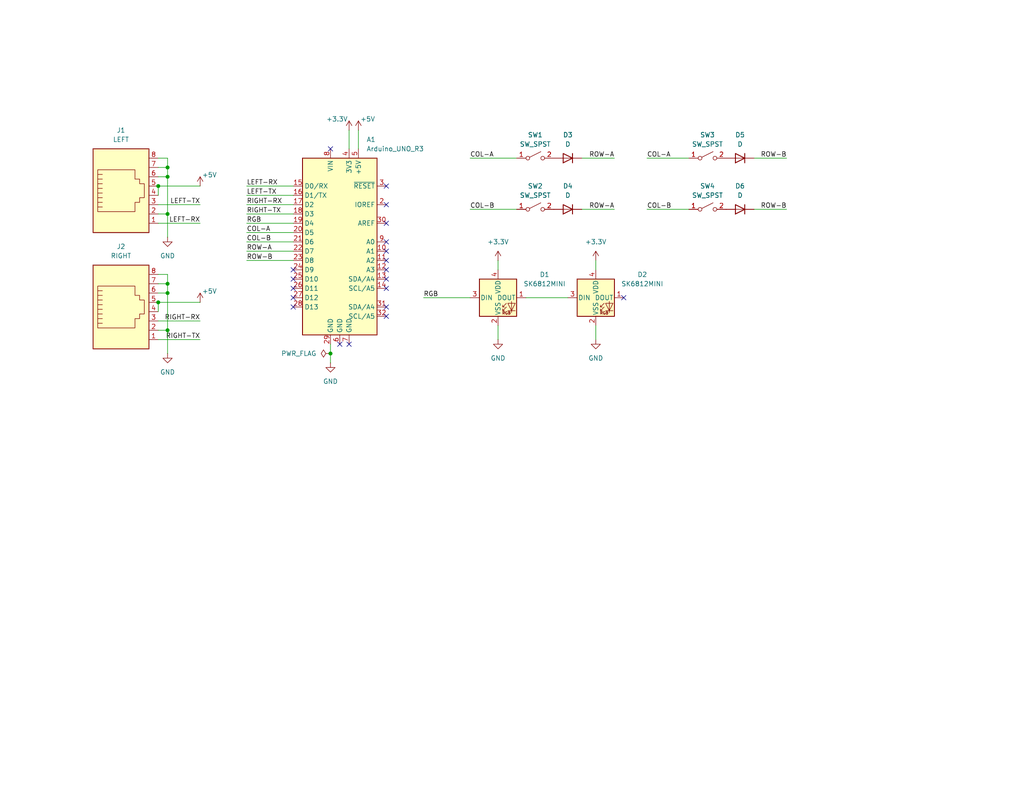
<source format=kicad_sch>
(kicad_sch (version 20231120) (generator "eeschema") (generator_version "8.0")
  (paper "A")
  (title_block (title "Shield KB1") (rev "REV B"))
  (lib_symbols
    (symbol "Connector:RJ45" (pin_names (offset 1.016))
      (property "Reference" "J" (at -5.08 13.97 0))
      (property "Value" "RJ45" (at 2.54 13.97 0))
      (symbol "RJ45_0_1"
        (polyline (pts (xy -5.08 4.445) (xy -6.35 4.445)))
        (polyline (pts (xy -5.08 5.715) (xy -6.35 5.715)))
        (polyline (pts (xy -6.35 -3.175) (xy -5.08 -3.175) (xy -5.08 -3.175)))
        (polyline (pts (xy -6.35 -1.905) (xy -5.08 -1.905) (xy -5.08 -1.905)))
        (polyline (pts (xy -6.35 -0.635) (xy -5.08 -0.635) (xy -5.08 -0.635)))
        (polyline (pts (xy -6.35 0.635) (xy -5.08 0.635) (xy -5.08 0.635)))
        (polyline (pts (xy -6.35 1.905) (xy -5.08 1.905) (xy -5.08 1.905)))
        (polyline (pts (xy -5.08 3.175) (xy -6.35 3.175) (xy -6.35 3.175)))
        (polyline (pts (xy -6.35 -4.445) (xy -6.35 6.985) (xy 3.81 6.985) (xy 3.81 4.445) (xy 5.08 4.445) (xy 5.08 3.175) (xy 6.35 3.175) (xy 6.35 -0.635) (xy 5.08 -0.635) (xy 5.08 -1.905) (xy 3.81 -1.905) (xy 3.81 -4.445) (xy -6.35 -4.445) (xy -6.35 -4.445)))
        (rectangle (start 7.62 12.7) (end -7.62 -10.16) (stroke (width 0.254)) (fill (type background)))
      )
      (symbol "RJ45_1_1"
        (pin passive line (at 10.16 -7.62 180) (length 2.54) (name "~") (number "1"))
        (pin passive line (at 10.16 -5.08 180) (length 2.54) (name "~") (number "2"))
        (pin passive line (at 10.16 -2.54 180) (length 2.54) (name "~") (number "3"))
        (pin passive line (at 10.16 0 180) (length 2.54) (name "~") (number "4"))
        (pin passive line (at 10.16 2.54 180) (length 2.54) (name "~") (number "5"))
        (pin passive line (at 10.16 5.08 180) (length 2.54) (name "~") (number "6"))
        (pin passive line (at 10.16 7.62 180) (length 2.54) (name "~") (number "7"))
        (pin passive line (at 10.16 10.16 180) (length 2.54) (name "~") (number "8"))
      )
    )
    (symbol "Device:D" (pin_numbers hide) (pin_names (offset 1.016) hide)
      (property "Reference" "D" (at 0 2.54 0))
      (property "Value" "D" (at 0 -2.54 0))
      (symbol "D_0_1"
        (polyline (pts (xy -1.27 1.27) (xy -1.27 -1.27)) (stroke (width 0.254)))
        (polyline (pts (xy 1.27 0) (xy -1.27 0)))
        (polyline (pts (xy 1.27 1.27) (xy 1.27 -1.27) (xy -1.27 0) (xy 1.27 1.27)) (stroke (width 0.254)))
      )
      (symbol "D_1_1"
        (pin passive line (at -3.81 0 0) (length 2.54) (name "K") (number "1"))
        (pin passive line (at 3.81 0 180) (length 2.54) (name "A") (number "2"))
      )
    )
    (symbol "LED:SK6812MINI" (pin_names (offset 0.254))
      (property "Reference" "D" (at 5.08 5.715 0))
      (property "Value" "SK6812MINI" (at 1.27 -5.715 0))
      (symbol "SK6812MINI_0_0"
        (text "RGB" (at 2.286 -4.191 0) (effects (font (size 0.762 0.762))))
      )
      (symbol "SK6812MINI_0_1"
        (polyline (pts (xy 1.27 -3.556) (xy 1.778 -3.556)))
        (polyline (pts (xy 1.27 -2.54) (xy 1.778 -2.54)))
        (polyline (pts (xy 4.699 -3.556) (xy 2.667 -3.556)))
        (polyline (pts (xy 2.286 -2.54) (xy 1.27 -3.556) (xy 1.27 -3.048)))
        (polyline (pts (xy 2.286 -1.524) (xy 1.27 -2.54) (xy 1.27 -2.032)))
        (polyline (pts (xy 3.683 -1.016) (xy 3.683 -3.556) (xy 3.683 -4.064)))
        (polyline (pts (xy 4.699 -1.524) (xy 2.667 -1.524) (xy 3.683 -3.556) (xy 4.699 -1.524)))
        (rectangle (start 5.08 5.08) (end -5.08 -5.08) (stroke (width 0.254)) (fill (type background)))
      )
      (symbol "SK6812MINI_1_1"
        (pin output line (at 7.62 0 180) (length 2.54) (name "DOUT") (number "1"))
        (pin power_in line (at 0 -7.62 90) (length 2.54) (name "VSS") (number "2"))
        (pin input line (at -7.62 0 0) (length 2.54) (name "DIN") (number "3"))
        (pin power_in line (at 0 7.62 270) (length 2.54) (name "VDD") (number "4"))
      )
    )
    (symbol "MCU_Module:Arduino_UNO_R3"
      (property "Reference" "A" (at -10.16 23.495 0))
      (property "Value" "Arduino_UNO_R3" (at 5.08 -26.67 0))
      (symbol "Arduino_UNO_R3_0_1"
        (rectangle (start -10.16 22.86) (end 10.16 -25.4) (stroke (width 0.254)) (fill (type background)))
      )
      (symbol "Arduino_UNO_R3_1_1"
        (pin no_connect line (at -10.16 -20.32 0) (length 2.54) hide (name "NC") (number "1"))
        (pin bidirectional line (at 12.7 -2.54 180) (length 2.54) (name "A1") (number "10"))
        (pin bidirectional line (at 12.7 -5.08 180) (length 2.54) (name "A2") (number "11"))
        (pin bidirectional line (at 12.7 -7.62 180) (length 2.54) (name "A3") (number "12"))
        (pin bidirectional line (at 12.7 -10.16 180) (length 2.54) (name "SDA/A4") (number "13"))
        (pin bidirectional line (at 12.7 -12.7 180) (length 2.54) (name "SCL/A5") (number "14"))
        (pin bidirectional line (at -12.7 15.24 0) (length 2.54) (name "D0/RX") (number "15"))
        (pin bidirectional line (at -12.7 12.7 0) (length 2.54) (name "D1/TX") (number "16"))
        (pin bidirectional line (at -12.7 10.16 0) (length 2.54) (name "D2") (number "17"))
        (pin bidirectional line (at -12.7 7.62 0) (length 2.54) (name "D3") (number "18"))
        (pin bidirectional line (at -12.7 5.08 0) (length 2.54) (name "D4") (number "19"))
        (pin output line (at 12.7 10.16 180) (length 2.54) (name "IOREF") (number "2"))
        (pin bidirectional line (at -12.7 2.54 0) (length 2.54) (name "D5") (number "20"))
        (pin bidirectional line (at -12.7 0 0) (length 2.54) (name "D6") (number "21"))
        (pin bidirectional line (at -12.7 -2.54 0) (length 2.54) (name "D7") (number "22"))
        (pin bidirectional line (at -12.7 -5.08 0) (length 2.54) (name "D8") (number "23"))
        (pin bidirectional line (at -12.7 -7.62 0) (length 2.54) (name "D9") (number "24"))
        (pin bidirectional line (at -12.7 -10.16 0) (length 2.54) (name "D10") (number "25"))
        (pin bidirectional line (at -12.7 -12.7 0) (length 2.54) (name "D11") (number "26"))
        (pin bidirectional line (at -12.7 -15.24 0) (length 2.54) (name "D12") (number "27"))
        (pin bidirectional line (at -12.7 -17.78 0) (length 2.54) (name "D13") (number "28"))
        (pin power_in line (at -2.54 -27.94 90) (length 2.54) (name "GND") (number "29"))
        (pin input line (at 12.7 15.24 180) (length 2.54) (name "~{RESET}") (number "3"))
        (pin input line (at 12.7 5.08 180) (length 2.54) (name "AREF") (number "30"))
        (pin bidirectional line (at 12.7 -17.78 180) (length 2.54) (name "SDA/A4") (number "31"))
        (pin bidirectional line (at 12.7 -20.32 180) (length 2.54) (name "SCL/A5") (number "32"))
        (pin power_out line (at 2.54 25.4 270) (length 2.54) (name "3V3") (number "4"))
        (pin power_out line (at 5.08 25.4 270) (length 2.54) (name "+5V") (number "5"))
        (pin power_in line (at 0 -27.94 90) (length 2.54) (name "GND") (number "6"))
        (pin power_in line (at 2.54 -27.94 90) (length 2.54) (name "GND") (number "7"))
        (pin power_in line (at -2.54 25.4 270) (length 2.54) (name "VIN") (number "8"))
        (pin bidirectional line (at 12.7 0 180) (length 2.54) (name "A0") (number "9"))
      )
    )
    (symbol "Switch:SW_SPST" (pin_names (offset 0) hide)
      (property "Reference" "SW" (at 0 3.175 0))
      (property "Value" "SW_SPST" (at 0 -2.54 0))
      (symbol "SW_SPST_0_0"
        (circle (center -2.032 0) (radius 0.508))
        (polyline (pts (xy -1.524 0.254) (xy 1.524 1.778)))
        (circle (center 2.032 0) (radius 0.508))
      )
      (symbol "SW_SPST_1_1"
        (pin passive line (at -5.08 0 0) (length 2.54) (name "A") (number "1"))
        (pin passive line (at 5.08 0 180) (length 2.54) (name "B") (number "2"))
      )
    )
    (symbol "power:+3.3V" (power) (pin_numbers hide) (pin_names (offset 0) hide)
      (property "Value" "+3.3V" (at 0 3.556 0))
      (symbol "+3.3V_0_1"
        (polyline (pts (xy -0.762 1.27) (xy 0 2.54)))
        (polyline (pts (xy 0 0) (xy 0 2.54)))
        (polyline (pts (xy 0 2.54) (xy 0.762 1.27)))
      )
      (symbol "+3.3V_1_1"
        (pin power_in line (at 0 0 90) (length 0) (name "~") (number "1"))
      )
    )
    (symbol "power:+5V" (power) (pin_numbers hide) (pin_names (offset 0) hide)
      (property "Value" "+5V" (at 0 3.556 0))
      (symbol "+5V_0_1"
        (polyline (pts (xy -0.762 1.27) (xy 0 2.54)))
        (polyline (pts (xy 0 0) (xy 0 2.54)))
        (polyline (pts (xy 0 2.54) (xy 0.762 1.27)))
      )
      (symbol "+5V_1_1"
        (pin power_in line (at 0 0 90) (length 0) (name "~") (number "1"))
      )
    )
    (symbol "power:GND" (power) (pin_numbers hide) (pin_names (offset 0) hide)
      (property "Value" "GND" (at 0 -3.81 0))
      (symbol "GND_0_1"
        (polyline (pts (xy 0 0) (xy 0 -1.27) (xy 1.27 -1.27) (xy 0 -2.54) (xy -1.27 -1.27) (xy 0 -1.27)))
      )
      (symbol "GND_1_1"
        (pin power_in line (at 0 0 270) (length 0) (name "~") (number "1"))
      )
    )
    (symbol "power:PWR_FLAG" (power) (pin_numbers hide) (pin_names (offset 0) hide)
      (property "Value" "PWR_FLAG" (at 0 3.81 0))
      (symbol "PWR_FLAG_0_0"
        (pin power_out line (at 0 0 90) (length 0) (name "~") (number "1"))
      )
      (symbol "PWR_FLAG_0_1"
        (polyline (pts (xy 0 0) (xy 0 1.27) (xy -1.016 1.905) (xy 0 2.54) (xy 1.016 1.905) (xy 0 1.27)))
      )
    )
  )
  (junction (at 43.18 82.55))
  (junction (at 45.72 45.72))
  (junction (at 45.72 58.42))
  (junction (at 45.72 80.01))
  (junction (at 43.18 50.8))
  (junction (at 45.72 77.47))
  (junction (at 45.72 48.26))
  (junction (at 45.72 90.17))
  (junction (at 90.17 96.52))
  (no_connect (at 80.01 73.66))
  (no_connect (at 105.41 60.96))
  (no_connect (at 105.41 76.2))
  (no_connect (at 105.41 86.36))
  (no_connect (at 105.41 55.88))
  (no_connect (at 105.41 73.66))
  (no_connect (at 105.41 66.04))
  (no_connect (at 95.25 93.98))
  (no_connect (at 105.41 71.12))
  (no_connect (at 105.41 50.8))
  (no_connect (at 90.17 40.64))
  (no_connect (at 80.01 76.2))
  (no_connect (at 80.01 78.74))
  (no_connect (at 80.01 81.28))
  (no_connect (at 105.41 68.58))
  (no_connect (at 92.71 93.98))
  (no_connect (at 170.18 81.28))
  (no_connect (at 105.41 83.82))
  (no_connect (at 80.01 83.82))
  (no_connect (at 105.41 78.74))
  (wire (pts (xy 45.72 48.26) (xy 45.72 58.42)))
  (wire (pts (xy 43.18 50.8) (xy 54.61 50.8)))
  (wire (pts (xy 176.53 57.15) (xy 187.96 57.15)))
  (wire (pts (xy 43.18 90.17) (xy 45.72 90.17)))
  (wire (pts (xy 158.75 57.15) (xy 167.64 57.15)))
  (wire (pts (xy 67.31 53.34) (xy 80.01 53.34)))
  (wire (pts (xy 162.56 71.12) (xy 162.56 73.66)))
  (wire (pts (xy 67.31 58.42) (xy 80.01 58.42)))
  (wire (pts (xy 45.72 43.18) (xy 45.72 45.72)))
  (wire (pts (xy 43.18 60.96) (xy 54.61 60.96)))
  (wire (pts (xy 80.01 66.04) (xy 67.31 66.04)))
  (wire (pts (xy 43.18 82.55) (xy 54.61 82.55)))
  (wire (pts (xy 67.31 55.88) (xy 80.01 55.88)))
  (wire (pts (xy 45.72 58.42) (xy 45.72 64.77)))
  (wire (pts (xy 45.72 77.47) (xy 45.72 80.01)))
  (wire (pts (xy 158.75 43.18) (xy 167.64 43.18)))
  (wire (pts (xy 43.18 58.42) (xy 45.72 58.42)))
  (wire (pts (xy 54.61 55.88) (xy 43.18 55.88)))
  (wire (pts (xy 45.72 80.01) (xy 45.72 90.17)))
  (wire (pts (xy 176.53 43.18) (xy 187.96 43.18)))
  (wire (pts (xy 45.72 90.17) (xy 45.72 96.52)))
  (wire (pts (xy 115.57 81.28) (xy 128.27 81.28)))
  (wire (pts (xy 162.56 88.9) (xy 162.56 92.71)))
  (wire (pts (xy 43.18 48.26) (xy 45.72 48.26)))
  (wire (pts (xy 205.74 57.15) (xy 214.63 57.15)))
  (wire (pts (xy 67.31 50.8) (xy 80.01 50.8)))
  (wire (pts (xy 43.18 92.71) (xy 54.61 92.71)))
  (wire (pts (xy 43.18 50.8) (xy 43.18 53.34)))
  (wire (pts (xy 43.18 82.55) (xy 43.18 85.09)))
  (wire (pts (xy 97.79 35.56) (xy 97.79 40.64)))
  (wire (pts (xy 43.18 80.01) (xy 45.72 80.01)))
  (wire (pts (xy 67.31 60.96) (xy 80.01 60.96)))
  (wire (pts (xy 135.89 71.12) (xy 135.89 73.66)))
  (wire (pts (xy 43.18 87.63) (xy 54.61 87.63)))
  (wire (pts (xy 90.17 96.52) (xy 90.17 99.06)))
  (wire (pts (xy 128.27 57.15) (xy 140.97 57.15)))
  (wire (pts (xy 143.51 81.28) (xy 154.94 81.28)))
  (wire (pts (xy 43.18 74.93) (xy 45.72 74.93)))
  (wire (pts (xy 67.31 68.58) (xy 80.01 68.58)))
  (wire (pts (xy 128.27 43.18) (xy 140.97 43.18)))
  (wire (pts (xy 67.31 71.12) (xy 80.01 71.12)))
  (wire (pts (xy 90.17 93.98) (xy 90.17 96.52)))
  (wire (pts (xy 43.18 77.47) (xy 45.72 77.47)))
  (wire (pts (xy 43.18 45.72) (xy 45.72 45.72)))
  (wire (pts (xy 45.72 45.72) (xy 45.72 48.26)))
  (wire (pts (xy 205.74 43.18) (xy 214.63 43.18)))
  (wire (pts (xy 43.18 43.18) (xy 45.72 43.18)))
  (wire (pts (xy 135.89 88.9) (xy 135.89 92.71)))
  (wire (pts (xy 95.25 35.56) (xy 95.25 40.64)))
  (wire (pts (xy 45.72 74.93) (xy 45.72 77.47)))
  (wire (pts (xy 80.01 63.5) (xy 67.31 63.5)))
  (label "RIGHT-TX" (at 54.61 92.71 180))
  (label "COL-A" (at 128.27 43.18 0))
  (label "COL-A" (at 176.53 43.18 0))
  (label "ROW-B" (at 214.63 57.15 180))
  (label "LEFT-TX" (at 54.61 55.88 180))
  (label "RIGHT-RX" (at 54.61 87.63 180))
  (label "ROW-A" (at 67.31 68.58 0))
  (label "RIGHT-TX" (at 67.31 58.42 0))
  (label "RGB" (at 115.57 81.28 0))
  (label "LEFT-RX" (at 67.31 50.8 0))
  (label "RGB" (at 67.31 60.96 0))
  (label "COL-B" (at 176.53 57.15 0))
  (label "LEFT-RX" (at 54.61 60.96 180))
  (label "COL-B" (at 128.27 57.15 0))
  (label "ROW-A" (at 167.64 43.18 180))
  (label "LEFT-TX" (at 67.31 53.34 0))
  (label "COL-B" (at 67.31 66.04 0))
  (label "COL-A" (at 67.31 63.5 0))
  (label "ROW-B" (at 67.31 71.12 0))
  (label "ROW-A" (at 167.64 57.15 180))
  (label "RIGHT-RX" (at 67.31 55.88 0))
  (label "ROW-B" (at 214.63 43.18 180))
  (symbol (lib_id "power:+5V") (at 54.61 82.55 0) (unit 1)
    (property "Reference" "#PWR09" (effects (hide yes)))
    (property "Value" "+5V" (at 57.15 79.502 0))
    (property "Description" "Power symbol creates a global label with name \"+5V\"" (effects (hide yes)))
  )
  (symbol (lib_id "Switch:SW_SPST") (at 146.05 43.18 0) (unit 1)
    (property "Reference" "SW1" (at 146.05 36.83 0))
    (property "Value" "SW_SPST" (at 146.05 39.37 0))
    (property "Footprint" "Keyboard Switches:Kailh_socket_PG1350" (effects (hide yes)))
    (property "Description" "Single Pole Single Throw (SPST) switch" (effects (hide yes)))
  )
  (symbol (lib_id "power:GND") (at 45.72 64.77 0) (unit 1)
    (property "Reference" "#PWR010" (effects (hide yes)))
    (property "Value" "GND" (at 45.72 69.85 0))
    (property "Description" "Power symbol creates a global label with name \"GND\" , ground" (effects (hide yes)))
  )
  (symbol (lib_id "power:+5V") (at 54.61 50.8 0) (unit 1)
    (property "Reference" "#PWR08" (effects (hide yes)))
    (property "Value" "+5V" (at 57.15 47.752 0))
    (property "Description" "Power symbol creates a global label with name \"+5V\"" (effects (hide yes)))
  )
  (symbol (lib_id "Device:D") (at 154.94 43.18 180) (unit 1)
    (property "Reference" "D3" (at 154.94 36.83 0))
    (property "Value" "D" (at 154.94 39.37 0))
    (property "Footprint" "Diode_SMD:Nexperia_CFP3_SOD-123W" (effects (hide yes)))
    (property "Description" "Diode" (effects (hide yes)))
    (property "Sim.Device" "D" (effects (hide yes)))
    (property "Sim.Pins" "1=K 2=A" (effects (hide yes)))
  )
  (symbol (lib_id "Switch:SW_SPST") (at 146.05 57.15 0) (unit 1)
    (property "Reference" "SW2" (at 146.05 50.8 0))
    (property "Value" "SW_SPST" (at 146.05 53.34 0))
    (property "Footprint" "Keyboard Switches:Kailh_socket_PG1350" (effects (hide yes)))
    (property "Description" "Single Pole Single Throw (SPST) switch" (effects (hide yes)))
  )
  (symbol (lib_id "power:GND") (at 90.17 99.06 0) (unit 1)
    (property "Reference" "#PWR04" (effects (hide yes)))
    (property "Value" "GND" (at 90.17 104.14 0))
    (property "Description" "Power symbol creates a global label with name \"GND\" , ground" (effects (hide yes)))
  )
  (symbol (lib_id "Connector:RJ45") (at 33.02 53.34 0) (unit 1)
    (property "Reference" "J1" (at 33.02 35.56 0))
    (property "Value" "LEFT" (at 33.02 38.1 0))
    (property "Footprint" "Connector_RJ:RJ45_Amphenol_54602-x08_Horizontal" (effects (hide yes)))
    (property "Description" "RJ connector, 8P8C (8 positions 8 connected)" (effects (hide yes)))
  )
  (symbol (lib_id "Connector:RJ45") (at 33.02 85.09 0) (unit 1)
    (property "Reference" "J2" (at 33.02 67.31 0))
    (property "Value" "RIGHT" (at 33.02 69.85 0))
    (property "Footprint" "Connector_RJ:RJ45_Amphenol_54602-x08_Horizontal" (effects (hide yes)))
    (property "Description" "RJ connector, 8P8C (8 positions 8 connected)" (effects (hide yes)))
  )
  (symbol (lib_id "power:GND") (at 135.89 92.71 0) (unit 1)
    (property "Reference" "#PWR05" (effects (hide yes)))
    (property "Value" "GND" (at 135.89 97.79 0))
    (property "Description" "Power symbol creates a global label with name \"GND\" , ground" (effects (hide yes)))
  )
  (symbol (lib_id "power:PWR_FLAG") (at 90.17 96.52 90) (unit 1)
    (property "Reference" "#FLG01" (effects (hide yes)))
    (property "Value" "PWR_FLAG" (at 86.36 96.5199 90) (effects (justify left)))
    (property "Description" "Special symbol for telling ERC where power comes from" (effects (hide yes)))
  )
  (symbol (lib_id "power:+3.3V") (at 135.89 71.12 0) (unit 1)
    (property "Reference" "#PWR02" (effects (hide yes)))
    (property "Value" "+3.3V" (at 135.89 66.04 0))
    (property "Description" "Power symbol creates a global label with name \"+3.3V\"" (effects (hide yes)))
  )
  (symbol (lib_id "power:+5V") (at 97.79 35.56 0) (unit 1)
    (property "Reference" "#PWR07" (effects (hide yes)))
    (property "Value" "+5V" (at 100.33 32.512 0))
    (property "Description" "Power symbol creates a global label with name \"+5V\"" (effects (hide yes)))
  )
  (symbol (lib_id "Device:D") (at 201.93 43.18 180) (unit 1)
    (property "Reference" "D5" (at 201.93 36.83 0))
    (property "Value" "D" (at 201.93 39.37 0))
    (property "Footprint" "Diode_SMD:Nexperia_CFP3_SOD-123W" (effects (hide yes)))
    (property "Description" "Diode" (effects (hide yes)))
    (property "Sim.Device" "D" (effects (hide yes)))
    (property "Sim.Pins" "1=K 2=A" (effects (hide yes)))
  )
  (symbol (lib_id "power:GND") (at 45.72 96.52 0) (unit 1)
    (property "Reference" "#PWR011" (effects (hide yes)))
    (property "Value" "GND" (at 45.72 101.6 0))
    (property "Description" "Power symbol creates a global label with name \"GND\" , ground" (effects (hide yes)))
  )
  (symbol (lib_id "power:+3.3V") (at 162.56 71.12 0) (unit 1)
    (property "Reference" "#PWR03" (effects (hide yes)))
    (property "Value" "+3.3V" (at 162.56 66.04 0))
    (property "Description" "Power symbol creates a global label with name \"+3.3V\"" (effects (hide yes)))
  )
  (symbol (lib_id "Switch:SW_SPST") (at 193.04 43.18 0) (unit 1)
    (property "Reference" "SW3" (at 193.04 36.83 0))
    (property "Value" "SW_SPST" (at 193.04 39.37 0))
    (property "Footprint" "Keyboard Switches:Kailh_socket_PG1350" (effects (hide yes)))
    (property "Description" "Single Pole Single Throw (SPST) switch" (effects (hide yes)))
  )
  (symbol (lib_id "MCU_Module:Arduino_UNO_R3") (at 92.71 66.04 0) (unit 1)
    (property "Reference" "A1" (at 99.9841 38.1 0) (effects (justify left)))
    (property "Value" "Arduino_UNO_R3" (at 99.9841 40.64 0) (effects (justify left)))
    (property "Footprint" "Module:Arduino_UNO_R3" (effects (hide yes)))
    (property "Datasheet" "https://www.arduino.cc/en/Main/arduinoBoardUno" (effects (hide yes)))
    (property "Description" "Arduino UNO Microcontroller Module, release 3" (effects (hide yes)))
  )
  (symbol (lib_id "Device:D") (at 201.93 57.15 180) (unit 1)
    (property "Reference" "D6" (at 201.93 50.8 0))
    (property "Value" "D" (at 201.93 53.34 0))
    (property "Footprint" "Diode_SMD:Nexperia_CFP3_SOD-123W" (effects (hide yes)))
    (property "Description" "Diode" (effects (hide yes)))
    (property "Sim.Device" "D" (effects (hide yes)))
    (property "Sim.Pins" "1=K 2=A" (effects (hide yes)))
  )
  (symbol (lib_id "LED:SK6812MINI") (at 162.56 81.28 0) (unit 1)
    (property "Reference" "D2" (at 175.26 74.9614 0))
    (property "Value" "SK6812MINI" (at 175.26 77.5014 0))
    (property "Footprint" "LED_SMD:LED_SK6812MINI_PLCC4_3.5x3.5mm_P1.75mm" (effects (hide yes)))
    (property "Datasheet" "https://cdn-shop.adafruit.com/product-files/2686/SK6812MINI_REV.01-1-2.pdf" (effects (hide yes)))
    (property "Description" "RGB LED with integrated controller" (effects (hide yes)))
  )
  (symbol (lib_id "power:+3.3V") (at 95.25 35.56 0) (unit 1)
    (property "Reference" "#PWR01" (effects (hide yes)))
    (property "Value" "+3.3V" (at 91.948 32.512 0))
    (property "Description" "Power symbol creates a global label with name \"+3.3V\"" (effects (hide yes)))
  )
  (symbol (lib_id "Device:D") (at 154.94 57.15 180) (unit 1)
    (property "Reference" "D4" (at 154.94 50.8 0))
    (property "Value" "D" (at 154.94 53.34 0))
    (property "Footprint" "Diode_SMD:Nexperia_CFP3_SOD-123W" (effects (hide yes)))
    (property "Description" "Diode" (effects (hide yes)))
    (property "Sim.Device" "D" (effects (hide yes)))
    (property "Sim.Pins" "1=K 2=A" (effects (hide yes)))
  )
  (symbol (lib_id "power:GND") (at 162.56 92.71 0) (unit 1)
    (property "Reference" "#PWR06" (effects (hide yes)))
    (property "Value" "GND" (at 162.56 97.79 0))
    (property "Description" "Power symbol creates a global label with name \"GND\" , ground" (effects (hide yes)))
  )
  (symbol (lib_id "LED:SK6812MINI") (at 135.89 81.28 0) (unit 1)
    (property "Reference" "D1" (at 148.59 74.9614 0))
    (property "Value" "SK6812MINI" (at 148.59 77.5014 0))
    (property "Footprint" "LED_SMD:LED_SK6812MINI_PLCC4_3.5x3.5mm_P1.75mm" (effects (hide yes)))
    (property "Datasheet" "https://cdn-shop.adafruit.com/product-files/2686/SK6812MINI_REV.01-1-2.pdf" (effects (hide yes)))
    (property "Description" "RGB LED with integrated controller" (effects (hide yes)))
  )
  (symbol (lib_id "Switch:SW_SPST") (at 193.04 57.15 0) (unit 1)
    (property "Reference" "SW4" (at 193.04 50.8 0))
    (property "Value" "SW_SPST" (at 193.04 53.34 0))
    (property "Footprint" "Keyboard Switches:Kailh_socket_PG1350" (effects (hide yes)))
    (property "Description" "Single Pole Single Throw (SPST) switch" (effects (hide yes)))
  )
)
</source>
